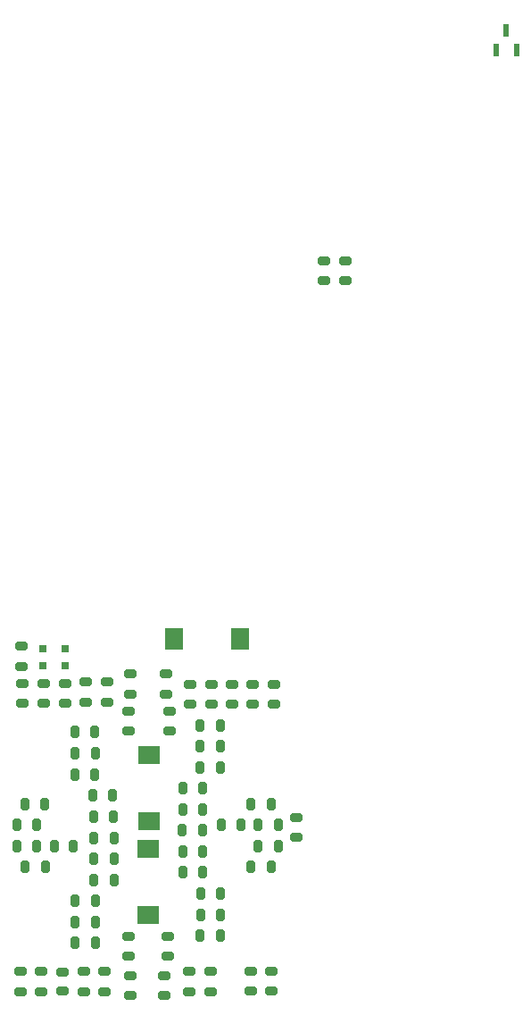
<source format=gbp>
G04 #@! TF.GenerationSoftware,KiCad,Pcbnew,7.0.7-7.0.7~ubuntu22.04.1*
G04 #@! TF.CreationDate,2023-12-22T20:45:00+01:00*
G04 #@! TF.ProjectId,piaxe,70696178-652e-46b6-9963-61645f706362,rev?*
G04 #@! TF.SameCoordinates,Original*
G04 #@! TF.FileFunction,Paste,Bot*
G04 #@! TF.FilePolarity,Positive*
%FSLAX46Y46*%
G04 Gerber Fmt 4.6, Leading zero omitted, Abs format (unit mm)*
G04 Created by KiCad (PCBNEW 7.0.7-7.0.7~ubuntu22.04.1) date 2023-12-22 20:45:00*
%MOMM*%
%LPD*%
G01*
G04 APERTURE LIST*
G04 Aperture macros list*
%AMRoundRect*
0 Rectangle with rounded corners*
0 $1 Rounding radius*
0 $2 $3 $4 $5 $6 $7 $8 $9 X,Y pos of 4 corners*
0 Add a 4 corners polygon primitive as box body*
4,1,4,$2,$3,$4,$5,$6,$7,$8,$9,$2,$3,0*
0 Add four circle primitives for the rounded corners*
1,1,$1+$1,$2,$3*
1,1,$1+$1,$4,$5*
1,1,$1+$1,$6,$7*
1,1,$1+$1,$8,$9*
0 Add four rect primitives between the rounded corners*
20,1,$1+$1,$2,$3,$4,$5,0*
20,1,$1+$1,$4,$5,$6,$7,0*
20,1,$1+$1,$6,$7,$8,$9,0*
20,1,$1+$1,$8,$9,$2,$3,0*%
G04 Aperture macros list end*
%ADD10RoundRect,0.002500X0.237500X-0.587500X0.237500X0.587500X-0.237500X0.587500X-0.237500X-0.587500X0*%
%ADD11RoundRect,0.150000X0.250000X0.430000X-0.250000X0.430000X-0.250000X-0.430000X0.250000X-0.430000X0*%
%ADD12RoundRect,0.150000X0.430000X-0.250000X0.430000X0.250000X-0.430000X0.250000X-0.430000X-0.250000X0*%
%ADD13RoundRect,0.042500X0.977500X-0.787500X0.977500X0.787500X-0.977500X0.787500X-0.977500X-0.787500X0*%
%ADD14RoundRect,0.150000X-0.430000X0.250000X-0.430000X-0.250000X0.430000X-0.250000X0.430000X0.250000X0*%
%ADD15RoundRect,0.147500X0.262500X0.412500X-0.262500X0.412500X-0.262500X-0.412500X0.262500X-0.412500X0*%
%ADD16RoundRect,0.147500X-0.262500X-0.412500X0.262500X-0.412500X0.262500X0.412500X-0.262500X0.412500X0*%
%ADD17RoundRect,0.150000X-0.250000X-0.430000X0.250000X-0.430000X0.250000X0.430000X-0.250000X0.430000X0*%
%ADD18RoundRect,0.042500X-0.977500X0.787500X-0.977500X-0.787500X0.977500X-0.787500X0.977500X0.787500X0*%
%ADD19RoundRect,0.147500X-0.412500X0.262500X-0.412500X-0.262500X0.412500X-0.262500X0.412500X0.262500X0*%
%ADD20R,0.800000X0.720000*%
%ADD21RoundRect,0.147500X0.412500X-0.262500X0.412500X0.262500X-0.412500X0.262500X-0.412500X-0.262500X0*%
%ADD22RoundRect,0.042500X-0.787500X-0.977500X0.787500X-0.977500X0.787500X0.977500X-0.787500X0.977500X0*%
G04 APERTURE END LIST*
D10*
X169930000Y-77657500D03*
X168030000Y-77657500D03*
X168980000Y-75782500D03*
D11*
X131760000Y-156310000D03*
X129860000Y-156310000D03*
X146650000Y-155100000D03*
X144750000Y-155100000D03*
D12*
X141000000Y-139650000D03*
X141000000Y-137750000D03*
D13*
X135000000Y-159612500D03*
X135000000Y-153387500D03*
D12*
X136500000Y-167250000D03*
X136500000Y-165350000D03*
D14*
X133300000Y-165350000D03*
X133300000Y-167250000D03*
D11*
X131650000Y-148325000D03*
X129750000Y-148325000D03*
D14*
X144900000Y-137750000D03*
X144900000Y-139650000D03*
D15*
X127925000Y-153100000D03*
X126100000Y-153100000D03*
D11*
X130000000Y-160270000D03*
X128100000Y-160270000D03*
D14*
X128875000Y-165000000D03*
X128875000Y-166900000D03*
D12*
X123100000Y-139575000D03*
X123100000Y-137675000D03*
D16*
X141987500Y-151100000D03*
X143812500Y-151100000D03*
D17*
X145450000Y-153100000D03*
X147350000Y-153100000D03*
D18*
X135050000Y-144487500D03*
X135050000Y-150712500D03*
D17*
X139920000Y-143670000D03*
X141820000Y-143670000D03*
X139950000Y-161600000D03*
X141850000Y-161600000D03*
X140000000Y-157600000D03*
X141900000Y-157600000D03*
X139920000Y-145670000D03*
X141820000Y-145670000D03*
D11*
X124450000Y-151100000D03*
X122550000Y-151100000D03*
D14*
X133100000Y-161650000D03*
X133100000Y-163550000D03*
D12*
X140900000Y-166875000D03*
X140900000Y-164975000D03*
X144700000Y-166850000D03*
X144700000Y-164950000D03*
X149100000Y-152300000D03*
X149100000Y-150400000D03*
D11*
X131700000Y-150325000D03*
X129800000Y-150325000D03*
D19*
X126875000Y-165037500D03*
X126875000Y-166862500D03*
D17*
X123300000Y-149100000D03*
X125200000Y-149100000D03*
D12*
X138900000Y-166875000D03*
X138900000Y-164975000D03*
D17*
X123350000Y-155100000D03*
X125250000Y-155100000D03*
D11*
X131750000Y-154325000D03*
X129850000Y-154325000D03*
D14*
X133300000Y-136800000D03*
X133300000Y-138700000D03*
D17*
X138310000Y-149610000D03*
X140210000Y-149610000D03*
D11*
X129950000Y-146300000D03*
X128050000Y-146300000D03*
X130000000Y-144300000D03*
X128100000Y-144300000D03*
D12*
X136900000Y-163550000D03*
X136900000Y-161650000D03*
D14*
X123000000Y-134175000D03*
X123000000Y-136075000D03*
D12*
X146900000Y-139650000D03*
X146900000Y-137750000D03*
D17*
X138310000Y-147630000D03*
X140210000Y-147630000D03*
D14*
X131100000Y-137575000D03*
X131100000Y-139475000D03*
D17*
X138310000Y-155610000D03*
X140210000Y-155610000D03*
D12*
X138990000Y-139650000D03*
X138990000Y-137750000D03*
D20*
X124975000Y-134425000D03*
X127125000Y-134425000D03*
X127125000Y-135975000D03*
X124975000Y-135975000D03*
D17*
X139920000Y-141670000D03*
X141820000Y-141670000D03*
X140000000Y-159600000D03*
X141900000Y-159600000D03*
D11*
X146650000Y-149100000D03*
X144750000Y-149100000D03*
D21*
X153700000Y-99512500D03*
X153700000Y-97687500D03*
X142930000Y-139612500D03*
X142930000Y-137787500D03*
D12*
X124875000Y-166900000D03*
X124875000Y-165000000D03*
D14*
X122875000Y-165000000D03*
X122875000Y-166900000D03*
D11*
X131750000Y-152325000D03*
X129850000Y-152325000D03*
D21*
X151700000Y-99512500D03*
X151700000Y-97687500D03*
D11*
X130000000Y-158270000D03*
X128100000Y-158270000D03*
X130000000Y-162270000D03*
X128100000Y-162270000D03*
X129950000Y-142300000D03*
X128050000Y-142300000D03*
D14*
X146700000Y-164950000D03*
X146700000Y-166850000D03*
D19*
X127100000Y-137725000D03*
X127100000Y-139550000D03*
D14*
X129100000Y-137575000D03*
X129100000Y-139475000D03*
D22*
X137487500Y-133500000D03*
X143712500Y-133500000D03*
D14*
X130875000Y-165000000D03*
X130875000Y-166900000D03*
D17*
X138310000Y-153610000D03*
X140210000Y-153610000D03*
D12*
X137000000Y-142200000D03*
X137000000Y-140300000D03*
D14*
X125100000Y-137675000D03*
X125100000Y-139575000D03*
D17*
X145450000Y-151100000D03*
X147350000Y-151100000D03*
D14*
X133100000Y-140300000D03*
X133100000Y-142200000D03*
D12*
X136700000Y-138700000D03*
X136700000Y-136800000D03*
D17*
X138260000Y-151610000D03*
X140160000Y-151610000D03*
D11*
X124450000Y-153100000D03*
X122550000Y-153100000D03*
M02*

</source>
